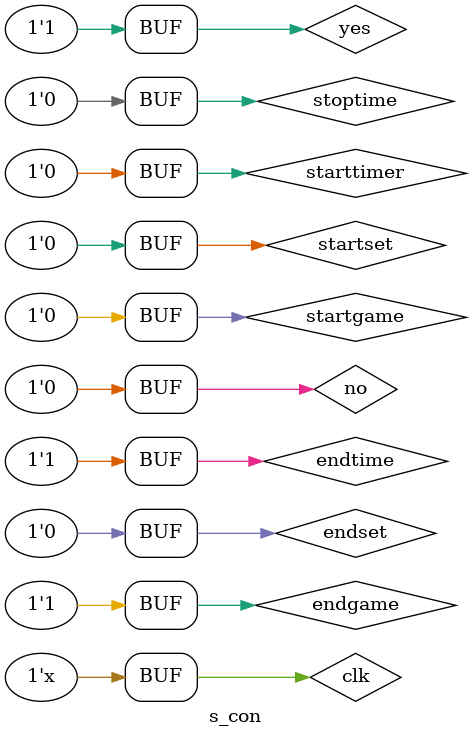
<source format=v>
`timescale 1ns / 1ps


module s_con(

    );

        reg yes,no,endtime,starttimer,startgame,clk,stoptime,endset,startset,endgame;
            wire show_time;
            wire  show_who;
            wire  show_set;
            wire  show_score;
            wire  show_ready;
        control_block u2(yes,no,endtime,starttimer,startgame,clk,stoptime,endset,startset,endgame,show_time,show_who,show_set,show_score,show_ready);
        
        always
                              begin; 
                              #5 clk=~clk;   
                              end
        
        initial
        begin
        clk=0;#5 yes=0;#5 no=0;#5 endtime=0;#5 starttimer=0;#5 startgame=0;#5 stoptime=0;#5 endset=0;#5 startset=0;#5 endgame=0;
        #10 startgame=1; 
        #10 startgame=0;
        #50 starttimer=1;
        #100 starttimer=0;
        #30 stoptime=1;#10 stoptime=0;
        #10 yes=1;
        #30 starttimer=1;
        #10 starttimer=0;
        #50 endtime=1;
        #10 startset=1;#10 startset=0;
        #20 endset=1;#10 endset=0;
        #50 endgame=1;
        end
        
        
    endmodule

</source>
